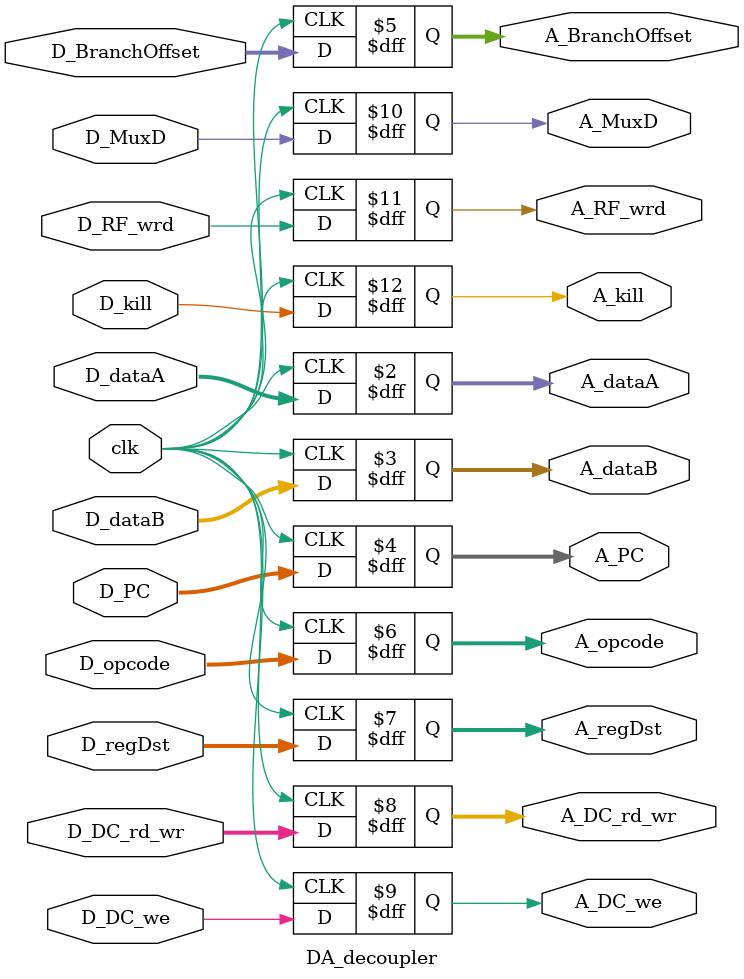
<source format=v>
module DA_decoupler
#(parameter DATA_WIDTH=32, parameter ADDR_WIDTH=32)
(
	input clk,
	input [(DATA_WIDTH-1):0] D_dataA,
	input [(DATA_WIDTH-1):0] D_dataB,
	input [(ADDR_WIDTH-1):0] D_PC,
	input [(DATA_WIDTH-1):0] D_BranchOffset,
	input [6:0] D_opcode,
	input [4:0] D_regDst,
	input [1:0] D_DC_rd_wr,
	input D_DC_we,
	input D_MuxD,
	input D_RF_wrd,
	input D_kill,
	
	output reg [(DATA_WIDTH-1):0] A_dataA,
	output reg [(DATA_WIDTH-1):0] A_dataB,
	output reg [(ADDR_WIDTH-1):0] A_PC,
	output reg [(DATA_WIDTH-1):0] A_BranchOffset,	
	output reg [6:0] A_opcode,
	output reg [4:0] A_regDst,
	output reg [1:0] A_DC_rd_wr,
	output reg A_DC_we,
	output reg A_MuxD,
	output reg A_RF_wrd,
	output reg A_kill
);

	always @(posedge clk) begin
		A_dataA <= D_dataA;
		A_dataB <= D_dataB;
		A_opcode <= D_opcode;
		A_regDst <= D_regDst;
		A_DC_rd_wr <= D_DC_rd_wr;
		A_DC_we <= D_DC_we;
		A_MuxD <= D_MuxD;
		A_PC <= D_PC;
		A_BranchOffset <= D_BranchOffset;
		A_RF_wrd <= D_RF_wrd;
		A_kill <= D_kill;
	end

	
endmodule

</source>
